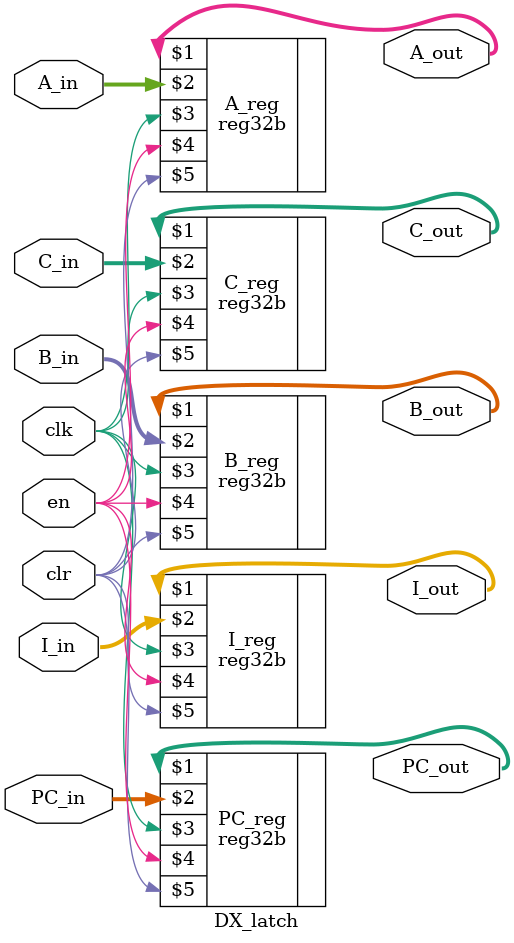
<source format=v>
module DX_latch(PC_out, A_out, B_out, C_out, I_out,
                PC_in, A_in, B_in, C_in, I_in,
                clk, en, clr);
    input [31:0] PC_in, A_in, B_in, C_in, I_in;
    input clk, en, clr;

    output [31:0] PC_out, A_out, B_out, C_out, I_out;

    // 32-bit register for PC
    reg32b PC_reg(PC_out, PC_in, clk, en, clr);

    // 32-bit register for A
    reg32b A_reg(A_out, A_in, clk, en, clr);

    // 32-bit register for B
    reg32b B_reg(B_out, B_in, clk, en, clr);

    // 32-bit register for C
    reg32b C_reg(C_out, C_in, clk, en, clr);

    // 32-bit register for current instruction
    reg32b I_reg(I_out, I_in, clk, en, clr);

endmodule
</source>
